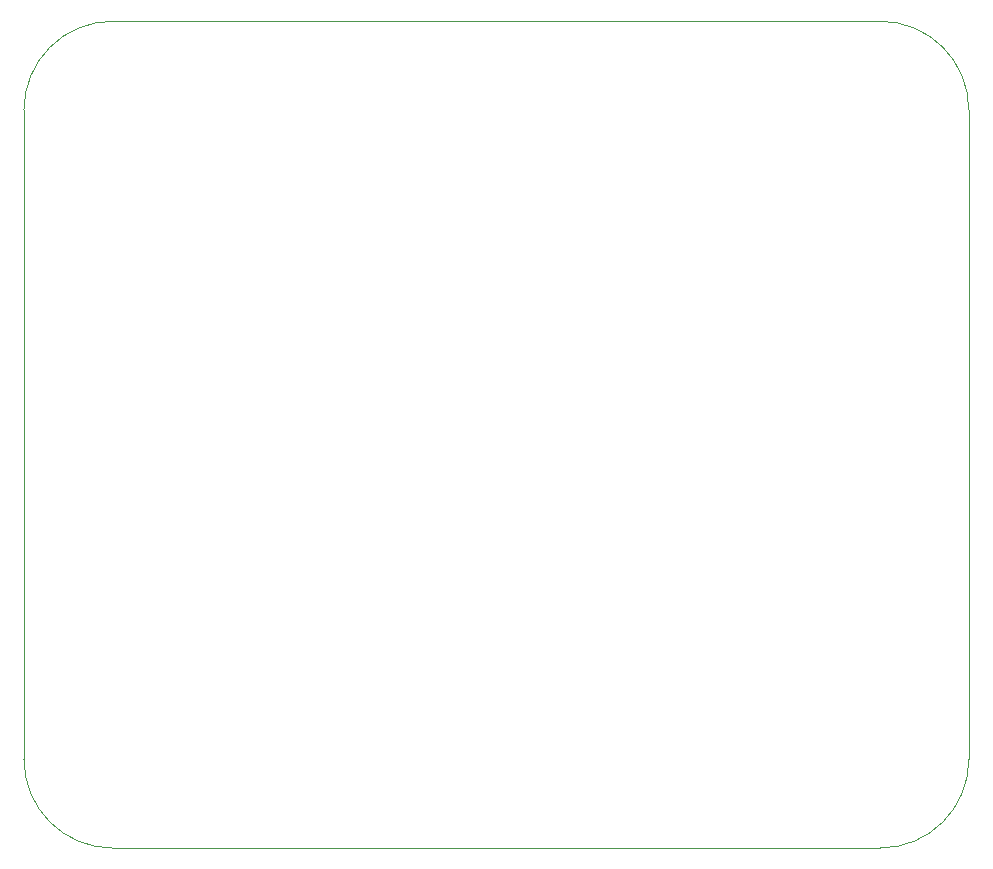
<source format=gbr>
%TF.GenerationSoftware,KiCad,Pcbnew,5.1.8-4.fc33*%
%TF.CreationDate,2020-12-20T17:27:52+03:00*%
%TF.ProjectId,2232,32323332-2e6b-4696-9361-645f70636258,rev?*%
%TF.SameCoordinates,Original*%
%TF.FileFunction,Profile,NP*%
%FSLAX46Y46*%
G04 Gerber Fmt 4.6, Leading zero omitted, Abs format (unit mm)*
G04 Created by KiCad (PCBNEW 5.1.8-4.fc33) date 2020-12-20 17:27:52*
%MOMM*%
%LPD*%
G01*
G04 APERTURE LIST*
%TA.AperFunction,Profile*%
%ADD10C,0.050000*%
%TD*%
G04 APERTURE END LIST*
D10*
X132500000Y-135000000D02*
X67500000Y-135000000D01*
X67500000Y-65000000D02*
X132500000Y-65000000D01*
X132500000Y-65000000D02*
G75*
G02*
X140000000Y-72500000I0J-7500000D01*
G01*
X140000000Y-127500000D02*
G75*
G02*
X132500000Y-135000000I-7500000J0D01*
G01*
X67500000Y-135000000D02*
G75*
G02*
X60000000Y-127500000I0J7500000D01*
G01*
X60000000Y-72500000D02*
G75*
G02*
X67500000Y-65000000I7500000J0D01*
G01*
X140000000Y-127500000D02*
X140000000Y-72500000D01*
X60000000Y-72500000D02*
X60000000Y-127500000D01*
M02*

</source>
